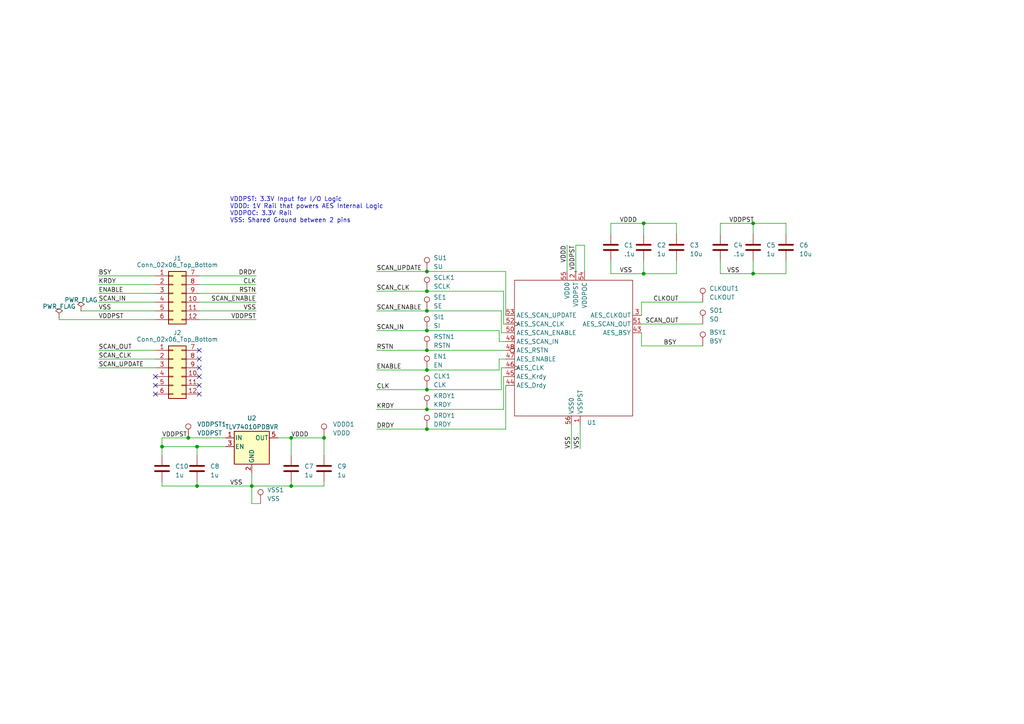
<source format=kicad_sch>
(kicad_sch (version 20230121) (generator eeschema)

  (uuid 2678a414-2391-4aaa-b756-2ce84b941c0a)

  (paper "A4")

  (lib_symbols
    (symbol "AESCoreTestSym:AES-Accelerator-Chip" (in_bom yes) (on_board yes)
      (property "Reference" "U" (at -2.54 10.16 0)
        (effects (font (size 1.27 1.27)))
      )
      (property "Value" "" (at 0 -1.27 0)
        (effects (font (size 1.27 1.27)))
      )
      (property "Footprint" "" (at 0 -1.27 0)
        (effects (font (size 1.27 1.27)) hide)
      )
      (property "Datasheet" "" (at 0 -1.27 0)
        (effects (font (size 1.27 1.27)) hide)
      )
      (symbol "AES-Accelerator-Chip_1_1"
        (rectangle (start -17.78 -3.81) (end 16.51 -43.18)
          (stroke (width 0) (type default))
          (fill (type none))
        )
        (pin power_in line (at 1.27 -45.72 90) (length 2.54)
          (name "VSSPST" (effects (font (size 1.27 1.27))))
          (number "1" (effects (font (size 1.27 1.27))))
        )
        (pin power_in line (at 0 -1.27 270) (length 2.54)
          (name "VDDPST" (effects (font (size 1.27 1.27))))
          (number "2" (effects (font (size 1.27 1.27))))
        )
        (pin output line (at 19.05 -13.97 180) (length 2.54)
          (name "AES_CLKOUT" (effects (font (size 1.27 1.27))))
          (number "3" (effects (font (size 1.27 1.27))))
        )
        (pin output line (at 19.05 -19.05 180) (length 2.54)
          (name "AES_BSY" (effects (font (size 1.27 1.27))))
          (number "43" (effects (font (size 1.27 1.27))))
        )
        (pin input line (at -20.32 -34.29 0) (length 2.54)
          (name "AES_Drdy" (effects (font (size 1.27 1.27))))
          (number "44" (effects (font (size 1.27 1.27))))
        )
        (pin input line (at -20.32 -31.75 0) (length 2.54)
          (name "AES_Krdy" (effects (font (size 1.27 1.27))))
          (number "45" (effects (font (size 1.27 1.27))))
        )
        (pin input clock (at -20.32 -29.21 0) (length 2.54)
          (name "AES_CLK" (effects (font (size 1.27 1.27))))
          (number "46" (effects (font (size 1.27 1.27))))
        )
        (pin input line (at -20.32 -26.67 0) (length 2.54)
          (name "AES_ENABLE" (effects (font (size 1.27 1.27))))
          (number "47" (effects (font (size 1.27 1.27))))
        )
        (pin input inverted (at -20.32 -24.13 0) (length 2.54)
          (name "AES_RSTN" (effects (font (size 1.27 1.27))))
          (number "48" (effects (font (size 1.27 1.27))))
        )
        (pin input line (at -20.32 -21.59 0) (length 2.54)
          (name "AES_SCAN_IN" (effects (font (size 1.27 1.27))))
          (number "49" (effects (font (size 1.27 1.27))))
        )
        (pin input line (at -20.32 -19.05 0) (length 2.54)
          (name "AES_SCAN_ENABLE" (effects (font (size 1.27 1.27))))
          (number "50" (effects (font (size 1.27 1.27))))
        )
        (pin output line (at 19.05 -16.51 180) (length 2.54)
          (name "AES_SCAN_OUT" (effects (font (size 1.27 1.27))))
          (number "51" (effects (font (size 1.27 1.27))))
        )
        (pin input clock (at -20.32 -16.51 0) (length 2.54)
          (name "AES_SCAN_CLK" (effects (font (size 1.27 1.27))))
          (number "52" (effects (font (size 1.27 1.27))))
        )
        (pin input line (at -20.32 -13.97 0) (length 2.54)
          (name "AES_SCAN_UPDATE" (effects (font (size 1.27 1.27))))
          (number "53" (effects (font (size 1.27 1.27))))
        )
        (pin power_in line (at 2.54 -1.27 270) (length 2.54)
          (name "VDDPOC" (effects (font (size 1.27 1.27))))
          (number "54" (effects (font (size 1.27 1.27))))
        )
        (pin power_in line (at -2.54 -1.27 270) (length 2.54)
          (name "VDD0" (effects (font (size 1.27 1.27))))
          (number "55" (effects (font (size 1.27 1.27))))
        )
        (pin power_in line (at -1.27 -45.72 90) (length 2.54)
          (name "VSS0" (effects (font (size 1.27 1.27))))
          (number "56" (effects (font (size 1.27 1.27))))
        )
      )
    )
    (symbol "Connector:TestPoint" (pin_numbers hide) (pin_names (offset 0.762) hide) (in_bom yes) (on_board yes)
      (property "Reference" "TP" (at 0 6.858 0)
        (effects (font (size 1.27 1.27)))
      )
      (property "Value" "TestPoint" (at 0 5.08 0)
        (effects (font (size 1.27 1.27)))
      )
      (property "Footprint" "" (at 5.08 0 0)
        (effects (font (size 1.27 1.27)) hide)
      )
      (property "Datasheet" "~" (at 5.08 0 0)
        (effects (font (size 1.27 1.27)) hide)
      )
      (property "ki_keywords" "test point tp" (at 0 0 0)
        (effects (font (size 1.27 1.27)) hide)
      )
      (property "ki_description" "test point" (at 0 0 0)
        (effects (font (size 1.27 1.27)) hide)
      )
      (property "ki_fp_filters" "Pin* Test*" (at 0 0 0)
        (effects (font (size 1.27 1.27)) hide)
      )
      (symbol "TestPoint_0_1"
        (circle (center 0 3.302) (radius 0.762)
          (stroke (width 0) (type default))
          (fill (type none))
        )
      )
      (symbol "TestPoint_1_1"
        (pin passive line (at 0 0 90) (length 2.54)
          (name "1" (effects (font (size 1.27 1.27))))
          (number "1" (effects (font (size 1.27 1.27))))
        )
      )
    )
    (symbol "Connector_Generic:Conn_02x06_Top_Bottom" (pin_names (offset 1.016) hide) (in_bom yes) (on_board yes)
      (property "Reference" "J" (at 1.27 7.62 0)
        (effects (font (size 1.27 1.27)))
      )
      (property "Value" "Conn_02x06_Top_Bottom" (at 1.27 -10.16 0)
        (effects (font (size 1.27 1.27)))
      )
      (property "Footprint" "" (at 0 0 0)
        (effects (font (size 1.27 1.27)) hide)
      )
      (property "Datasheet" "~" (at 0 0 0)
        (effects (font (size 1.27 1.27)) hide)
      )
      (property "ki_keywords" "connector" (at 0 0 0)
        (effects (font (size 1.27 1.27)) hide)
      )
      (property "ki_description" "Generic connector, double row, 02x06, top/bottom pin numbering scheme (row 1: 1...pins_per_row, row2: pins_per_row+1 ... num_pins), script generated (kicad-library-utils/schlib/autogen/connector/)" (at 0 0 0)
        (effects (font (size 1.27 1.27)) hide)
      )
      (property "ki_fp_filters" "Connector*:*_2x??_*" (at 0 0 0)
        (effects (font (size 1.27 1.27)) hide)
      )
      (symbol "Conn_02x06_Top_Bottom_1_1"
        (rectangle (start -1.27 -7.493) (end 0 -7.747)
          (stroke (width 0.1524) (type default))
          (fill (type none))
        )
        (rectangle (start -1.27 -4.953) (end 0 -5.207)
          (stroke (width 0.1524) (type default))
          (fill (type none))
        )
        (rectangle (start -1.27 -2.413) (end 0 -2.667)
          (stroke (width 0.1524) (type default))
          (fill (type none))
        )
        (rectangle (start -1.27 0.127) (end 0 -0.127)
          (stroke (width 0.1524) (type default))
          (fill (type none))
        )
        (rectangle (start -1.27 2.667) (end 0 2.413)
          (stroke (width 0.1524) (type default))
          (fill (type none))
        )
        (rectangle (start -1.27 5.207) (end 0 4.953)
          (stroke (width 0.1524) (type default))
          (fill (type none))
        )
        (rectangle (start -1.27 6.35) (end 3.81 -8.89)
          (stroke (width 0.254) (type default))
          (fill (type background))
        )
        (rectangle (start 3.81 -7.493) (end 2.54 -7.747)
          (stroke (width 0.1524) (type default))
          (fill (type none))
        )
        (rectangle (start 3.81 -4.953) (end 2.54 -5.207)
          (stroke (width 0.1524) (type default))
          (fill (type none))
        )
        (rectangle (start 3.81 -2.413) (end 2.54 -2.667)
          (stroke (width 0.1524) (type default))
          (fill (type none))
        )
        (rectangle (start 3.81 0.127) (end 2.54 -0.127)
          (stroke (width 0.1524) (type default))
          (fill (type none))
        )
        (rectangle (start 3.81 2.667) (end 2.54 2.413)
          (stroke (width 0.1524) (type default))
          (fill (type none))
        )
        (rectangle (start 3.81 5.207) (end 2.54 4.953)
          (stroke (width 0.1524) (type default))
          (fill (type none))
        )
        (pin passive line (at -5.08 5.08 0) (length 3.81)
          (name "Pin_1" (effects (font (size 1.27 1.27))))
          (number "1" (effects (font (size 1.27 1.27))))
        )
        (pin passive line (at 7.62 -2.54 180) (length 3.81)
          (name "Pin_10" (effects (font (size 1.27 1.27))))
          (number "10" (effects (font (size 1.27 1.27))))
        )
        (pin passive line (at 7.62 -5.08 180) (length 3.81)
          (name "Pin_11" (effects (font (size 1.27 1.27))))
          (number "11" (effects (font (size 1.27 1.27))))
        )
        (pin passive line (at 7.62 -7.62 180) (length 3.81)
          (name "Pin_12" (effects (font (size 1.27 1.27))))
          (number "12" (effects (font (size 1.27 1.27))))
        )
        (pin passive line (at -5.08 2.54 0) (length 3.81)
          (name "Pin_2" (effects (font (size 1.27 1.27))))
          (number "2" (effects (font (size 1.27 1.27))))
        )
        (pin passive line (at -5.08 0 0) (length 3.81)
          (name "Pin_3" (effects (font (size 1.27 1.27))))
          (number "3" (effects (font (size 1.27 1.27))))
        )
        (pin passive line (at -5.08 -2.54 0) (length 3.81)
          (name "Pin_4" (effects (font (size 1.27 1.27))))
          (number "4" (effects (font (size 1.27 1.27))))
        )
        (pin passive line (at -5.08 -5.08 0) (length 3.81)
          (name "Pin_5" (effects (font (size 1.27 1.27))))
          (number "5" (effects (font (size 1.27 1.27))))
        )
        (pin passive line (at -5.08 -7.62 0) (length 3.81)
          (name "Pin_6" (effects (font (size 1.27 1.27))))
          (number "6" (effects (font (size 1.27 1.27))))
        )
        (pin passive line (at 7.62 5.08 180) (length 3.81)
          (name "Pin_7" (effects (font (size 1.27 1.27))))
          (number "7" (effects (font (size 1.27 1.27))))
        )
        (pin passive line (at 7.62 2.54 180) (length 3.81)
          (name "Pin_8" (effects (font (size 1.27 1.27))))
          (number "8" (effects (font (size 1.27 1.27))))
        )
        (pin passive line (at 7.62 0 180) (length 3.81)
          (name "Pin_9" (effects (font (size 1.27 1.27))))
          (number "9" (effects (font (size 1.27 1.27))))
        )
      )
    )
    (symbol "Device:C" (pin_numbers hide) (pin_names (offset 0.254)) (in_bom yes) (on_board yes)
      (property "Reference" "C" (at 0.635 2.54 0)
        (effects (font (size 1.27 1.27)) (justify left))
      )
      (property "Value" "C" (at 0.635 -2.54 0)
        (effects (font (size 1.27 1.27)) (justify left))
      )
      (property "Footprint" "" (at 0.9652 -3.81 0)
        (effects (font (size 1.27 1.27)) hide)
      )
      (property "Datasheet" "~" (at 0 0 0)
        (effects (font (size 1.27 1.27)) hide)
      )
      (property "ki_keywords" "cap capacitor" (at 0 0 0)
        (effects (font (size 1.27 1.27)) hide)
      )
      (property "ki_description" "Unpolarized capacitor" (at 0 0 0)
        (effects (font (size 1.27 1.27)) hide)
      )
      (property "ki_fp_filters" "C_*" (at 0 0 0)
        (effects (font (size 1.27 1.27)) hide)
      )
      (symbol "C_0_1"
        (polyline
          (pts
            (xy -2.032 -0.762)
            (xy 2.032 -0.762)
          )
          (stroke (width 0.508) (type default))
          (fill (type none))
        )
        (polyline
          (pts
            (xy -2.032 0.762)
            (xy 2.032 0.762)
          )
          (stroke (width 0.508) (type default))
          (fill (type none))
        )
      )
      (symbol "C_1_1"
        (pin passive line (at 0 3.81 270) (length 2.794)
          (name "~" (effects (font (size 1.27 1.27))))
          (number "1" (effects (font (size 1.27 1.27))))
        )
        (pin passive line (at 0 -3.81 90) (length 2.794)
          (name "~" (effects (font (size 1.27 1.27))))
          (number "2" (effects (font (size 1.27 1.27))))
        )
      )
    )
    (symbol "Regulator_Linear:TLV70012_SOT23-5" (pin_names (offset 0.254)) (in_bom yes) (on_board yes)
      (property "Reference" "U" (at -3.81 5.715 0)
        (effects (font (size 1.27 1.27)))
      )
      (property "Value" "TLV70012_SOT23-5" (at 0 5.715 0)
        (effects (font (size 1.27 1.27)) (justify left))
      )
      (property "Footprint" "Package_TO_SOT_SMD:SOT-23-5" (at 0 8.255 0)
        (effects (font (size 1.27 1.27) italic) hide)
      )
      (property "Datasheet" "http://www.ti.com/lit/ds/symlink/tlv700.pdf" (at 0 1.27 0)
        (effects (font (size 1.27 1.27)) hide)
      )
      (property "ki_keywords" "200mA LDO Regulator Fixed Positive" (at 0 0 0)
        (effects (font (size 1.27 1.27)) hide)
      )
      (property "ki_description" "200mA Low Dropout Voltage Regulator, Fixed Output 1.2V, SOT-23-5" (at 0 0 0)
        (effects (font (size 1.27 1.27)) hide)
      )
      (property "ki_fp_filters" "SOT?23*" (at 0 0 0)
        (effects (font (size 1.27 1.27)) hide)
      )
      (symbol "TLV70012_SOT23-5_0_1"
        (rectangle (start -5.08 4.445) (end 5.08 -5.08)
          (stroke (width 0.254) (type default))
          (fill (type background))
        )
      )
      (symbol "TLV70012_SOT23-5_1_1"
        (pin power_in line (at -7.62 2.54 0) (length 2.54)
          (name "IN" (effects (font (size 1.27 1.27))))
          (number "1" (effects (font (size 1.27 1.27))))
        )
        (pin power_in line (at 0 -7.62 90) (length 2.54)
          (name "GND" (effects (font (size 1.27 1.27))))
          (number "2" (effects (font (size 1.27 1.27))))
        )
        (pin input line (at -7.62 0 0) (length 2.54)
          (name "EN" (effects (font (size 1.27 1.27))))
          (number "3" (effects (font (size 1.27 1.27))))
        )
        (pin no_connect line (at 5.08 0 180) (length 2.54) hide
          (name "NC" (effects (font (size 1.27 1.27))))
          (number "4" (effects (font (size 1.27 1.27))))
        )
        (pin power_out line (at 7.62 2.54 180) (length 2.54)
          (name "OUT" (effects (font (size 1.27 1.27))))
          (number "5" (effects (font (size 1.27 1.27))))
        )
      )
    )
    (symbol "power:PWR_FLAG" (power) (pin_numbers hide) (pin_names (offset 0) hide) (in_bom yes) (on_board yes)
      (property "Reference" "#FLG" (at 0 1.905 0)
        (effects (font (size 1.27 1.27)) hide)
      )
      (property "Value" "PWR_FLAG" (at 0 3.81 0)
        (effects (font (size 1.27 1.27)))
      )
      (property "Footprint" "" (at 0 0 0)
        (effects (font (size 1.27 1.27)) hide)
      )
      (property "Datasheet" "~" (at 0 0 0)
        (effects (font (size 1.27 1.27)) hide)
      )
      (property "ki_keywords" "flag power" (at 0 0 0)
        (effects (font (size 1.27 1.27)) hide)
      )
      (property "ki_description" "Special symbol for telling ERC where power comes from" (at 0 0 0)
        (effects (font (size 1.27 1.27)) hide)
      )
      (symbol "PWR_FLAG_0_0"
        (pin power_out line (at 0 0 90) (length 0)
          (name "pwr" (effects (font (size 1.27 1.27))))
          (number "1" (effects (font (size 1.27 1.27))))
        )
      )
      (symbol "PWR_FLAG_0_1"
        (polyline
          (pts
            (xy 0 0)
            (xy 0 1.27)
            (xy -1.016 1.905)
            (xy 0 2.54)
            (xy 1.016 1.905)
            (xy 0 1.27)
          )
          (stroke (width 0) (type default))
          (fill (type none))
        )
      )
    )
  )

  (junction (at 186.69 79.375) (diameter 0) (color 0 0 0 0)
    (uuid 074ec397-543a-4dc0-9e34-79b3194e6c10)
  )
  (junction (at 54.61 127) (diameter 0) (color 0 0 0 0)
    (uuid 1ef001c6-e678-4806-99b3-109c5f2cc57f)
  )
  (junction (at 123.825 84.455) (diameter 0) (color 0 0 0 0)
    (uuid 1f294e5e-8594-4399-a6f7-c494c6aa12cc)
  )
  (junction (at 84.455 140.97) (diameter 0) (color 0 0 0 0)
    (uuid 2310e353-0418-476f-b42f-005c098f4494)
  )
  (junction (at 123.825 124.46) (diameter 0) (color 0 0 0 0)
    (uuid 26517f6f-63dc-49f2-bb9a-de5287bc2c4c)
  )
  (junction (at 73.025 140.97) (diameter 0) (color 0 0 0 0)
    (uuid 4054de77-6225-4af5-9d91-883c1c0bb1a8)
  )
  (junction (at 218.44 79.375) (diameter 0) (color 0 0 0 0)
    (uuid 40b7735c-e157-428c-ad1e-b9b97065d919)
  )
  (junction (at 123.825 95.885) (diameter 0) (color 0 0 0 0)
    (uuid 4d49d03b-3101-4ba4-aa5c-ad85a48b32a7)
  )
  (junction (at 123.825 78.74) (diameter 0) (color 0 0 0 0)
    (uuid 54039bb9-9421-4078-888c-7d94b5458609)
  )
  (junction (at 123.825 113.03) (diameter 0) (color 0 0 0 0)
    (uuid 5ad16658-735b-4337-aacc-4092370d2f07)
  )
  (junction (at 123.825 107.315) (diameter 0) (color 0 0 0 0)
    (uuid 712603fd-f4e9-4d4b-aa35-0d0195596038)
  )
  (junction (at 218.44 64.77) (diameter 0) (color 0 0 0 0)
    (uuid 7c3dd6d8-4c7e-4987-951a-934260055f32)
  )
  (junction (at 93.98 127) (diameter 0) (color 0 0 0 0)
    (uuid 8e9ce55c-05ac-4451-a414-1550df644a67)
  )
  (junction (at 186.69 64.77) (diameter 0) (color 0 0 0 0)
    (uuid 99e0db04-b799-4486-bc37-ccaa0c8e1ab6)
  )
  (junction (at 57.15 140.97) (diameter 0) (color 0 0 0 0)
    (uuid c84efa08-5939-483f-a98f-1a9231d181d8)
  )
  (junction (at 123.825 101.6) (diameter 0) (color 0 0 0 0)
    (uuid d7583b93-1900-45ee-af46-ec9cb0b91996)
  )
  (junction (at 57.15 129.54) (diameter 0) (color 0 0 0 0)
    (uuid e30506c8-8400-4589-84ed-24574049bf6c)
  )
  (junction (at 46.99 129.54) (diameter 0) (color 0 0 0 0)
    (uuid e32efe84-762a-401e-ba3d-5465ea5c1ced)
  )
  (junction (at 84.455 127) (diameter 0) (color 0 0 0 0)
    (uuid f82a9c93-f975-4145-828c-6f1c3b91ccfe)
  )
  (junction (at 123.825 90.17) (diameter 0) (color 0 0 0 0)
    (uuid fd24b324-2e6c-44d8-8f41-3008605a65e4)
  )
  (junction (at 123.825 118.745) (diameter 0) (color 0 0 0 0)
    (uuid fe0affca-53f0-4e3d-8da6-dfc23c41d9fb)
  )

  (no_connect (at 45.085 114.3) (uuid 2ee8e141-5052-44a1-985b-25274fb06003))
  (no_connect (at 57.785 109.22) (uuid 59538cbe-117e-4585-bdd3-21ad5165dc58))
  (no_connect (at 57.785 101.6) (uuid 6bb3d24d-ab36-4005-8599-abcf51ad0542))
  (no_connect (at 57.785 114.3) (uuid 825323af-655e-44d2-b28c-ce7edd162f0a))
  (no_connect (at 57.785 111.76) (uuid 9100fb13-0661-4163-8402-c51134957ec8))
  (no_connect (at 57.785 106.68) (uuid a78a8346-86bc-4cb3-983c-50191ad84bbd))
  (no_connect (at 57.785 104.14) (uuid bfc87923-e57c-4606-aa64-bd917da9d395))
  (no_connect (at 45.085 111.76) (uuid e5946089-d140-490b-959e-0b758b5e1921))
  (no_connect (at 45.085 109.22) (uuid ecb30116-6c13-434b-941b-20024a140d7b))

  (wire (pts (xy 146.05 109.22) (xy 146.685 109.22))
    (stroke (width 0) (type default))
    (uuid 01d83baf-bf9b-47a4-bdfe-bdad31a897cd)
  )
  (wire (pts (xy 167.005 71.12) (xy 167.005 78.74))
    (stroke (width 0) (type default))
    (uuid 0246309d-7508-47a8-8b5e-2b35d0591edc)
  )
  (wire (pts (xy 144.78 107.315) (xy 144.78 104.14))
    (stroke (width 0) (type default))
    (uuid 06206ca2-361b-4470-b127-9531340e2eab)
  )
  (wire (pts (xy 57.15 129.54) (xy 57.15 132.08))
    (stroke (width 0) (type default))
    (uuid 0a8c780c-cba1-4ff1-916e-e597b22c4b88)
  )
  (wire (pts (xy 227.965 79.375) (xy 227.965 75.565))
    (stroke (width 0) (type default))
    (uuid 0b5d6eb3-ebe3-4890-814f-a1209abd751c)
  )
  (wire (pts (xy 218.44 79.375) (xy 218.44 75.565))
    (stroke (width 0) (type default))
    (uuid 0ba71a72-acf2-41a8-8109-8465b868190d)
  )
  (wire (pts (xy 145.415 96.52) (xy 146.685 96.52))
    (stroke (width 0) (type default))
    (uuid 0bc070e6-c1c9-4272-9aa8-c5d98e686b57)
  )
  (wire (pts (xy 93.98 140.97) (xy 84.455 140.97))
    (stroke (width 0) (type default))
    (uuid 1052b0a4-ad87-4665-a84b-fa677e35c296)
  )
  (wire (pts (xy 93.98 139.7) (xy 93.98 140.97))
    (stroke (width 0) (type default))
    (uuid 1376af54-1a5b-4ed3-a014-3de4ff0d3293)
  )
  (wire (pts (xy 146.685 78.74) (xy 146.685 91.44))
    (stroke (width 0) (type default))
    (uuid 16c78426-0319-43d5-8dc2-22293e40a27d)
  )
  (wire (pts (xy 28.575 80.01) (xy 45.085 80.01))
    (stroke (width 0) (type default))
    (uuid 18614621-ec31-40f1-8a38-e5c2e009d7b5)
  )
  (wire (pts (xy 186.69 64.77) (xy 186.69 67.945))
    (stroke (width 0) (type default))
    (uuid 1b6e3db9-715c-4320-993b-e20778401b74)
  )
  (wire (pts (xy 186.69 79.375) (xy 196.215 79.375))
    (stroke (width 0) (type default))
    (uuid 1e163739-f771-4208-83c0-75b5669c7986)
  )
  (wire (pts (xy 73.025 140.97) (xy 84.455 140.97))
    (stroke (width 0) (type default))
    (uuid 1ff5e3d1-8bf4-4dc1-823b-c8be0cbc2ba7)
  )
  (wire (pts (xy 146.05 118.745) (xy 146.05 109.22))
    (stroke (width 0) (type default))
    (uuid 253d388e-1e63-4045-adb0-b00f92f4f720)
  )
  (wire (pts (xy 177.165 64.77) (xy 177.165 67.945))
    (stroke (width 0) (type default))
    (uuid 25f5ac01-846e-45c1-b0bf-ed6fe704d934)
  )
  (wire (pts (xy 208.915 64.77) (xy 218.44 64.77))
    (stroke (width 0) (type default))
    (uuid 26c4a1d0-a31b-4e95-b638-f68e7dfb36b1)
  )
  (wire (pts (xy 46.99 140.97) (xy 57.15 140.97))
    (stroke (width 0) (type default))
    (uuid 2c41d2c2-6163-4550-8049-4509ca21eb68)
  )
  (wire (pts (xy 73.025 146.05) (xy 75.565 146.05))
    (stroke (width 0) (type default))
    (uuid 2e9d3ef9-0012-4a83-85f8-8552d4b14fed)
  )
  (wire (pts (xy 165.735 123.19) (xy 165.735 130.175))
    (stroke (width 0) (type default))
    (uuid 2ea54367-ff8f-456a-a7d4-0f130b2bdc11)
  )
  (wire (pts (xy 46.99 127) (xy 54.61 127))
    (stroke (width 0) (type default))
    (uuid 33ee4dd6-6872-41b9-9cc3-0b1785e87923)
  )
  (wire (pts (xy 109.22 95.885) (xy 123.825 95.885))
    (stroke (width 0) (type default))
    (uuid 34cb0842-bc5e-48f9-9830-0720444c1110)
  )
  (wire (pts (xy 144.78 99.06) (xy 146.685 99.06))
    (stroke (width 0) (type default))
    (uuid 3534307e-2b47-409d-967f-79bc102f135a)
  )
  (wire (pts (xy 123.825 95.885) (xy 144.78 95.885))
    (stroke (width 0) (type default))
    (uuid 3724b687-7bdf-467e-bf89-6d2a33590d72)
  )
  (wire (pts (xy 46.99 129.54) (xy 46.99 132.08))
    (stroke (width 0) (type default))
    (uuid 3c2adae8-93aa-4bd8-b2a6-752b5c3a4a65)
  )
  (wire (pts (xy 218.44 64.77) (xy 227.965 64.77))
    (stroke (width 0) (type default))
    (uuid 3cba08d4-0d3e-4c33-99ee-f1845ae06449)
  )
  (wire (pts (xy 109.22 90.17) (xy 123.825 90.17))
    (stroke (width 0) (type default))
    (uuid 3e08f717-58c9-4c02-98b2-ce691a2ce153)
  )
  (wire (pts (xy 123.825 78.74) (xy 146.685 78.74))
    (stroke (width 0) (type default))
    (uuid 4585aece-78d7-4680-93c6-6507a1ead1a0)
  )
  (wire (pts (xy 186.055 100.33) (xy 186.055 96.52))
    (stroke (width 0) (type default))
    (uuid 47b81632-32bc-474c-8077-c05fba4f5d2b)
  )
  (wire (pts (xy 57.15 140.97) (xy 73.025 140.97))
    (stroke (width 0) (type default))
    (uuid 4dfbcff9-653c-4b7d-9d0a-bcc83967edda)
  )
  (wire (pts (xy 177.165 64.77) (xy 186.69 64.77))
    (stroke (width 0) (type default))
    (uuid 4e2c22c5-9935-42d1-ae24-f12ff9244bf6)
  )
  (wire (pts (xy 57.15 129.54) (xy 46.99 129.54))
    (stroke (width 0) (type default))
    (uuid 4e3b8b93-2b0e-4e20-95b0-6562802b37ae)
  )
  (wire (pts (xy 109.22 101.6) (xy 123.825 101.6))
    (stroke (width 0) (type default))
    (uuid 5ab46819-41de-4de1-a179-b4d5d6094124)
  )
  (wire (pts (xy 84.455 139.7) (xy 84.455 140.97))
    (stroke (width 0) (type default))
    (uuid 5b3800db-c612-4493-8218-1ee1e5e29c22)
  )
  (wire (pts (xy 123.825 118.745) (xy 146.05 118.745))
    (stroke (width 0) (type default))
    (uuid 5bf6e1a2-ce65-4eae-bdb4-17c1f18ff820)
  )
  (wire (pts (xy 177.165 79.375) (xy 186.69 79.375))
    (stroke (width 0) (type default))
    (uuid 5eaf84ba-33ab-45a6-94a4-6b562eba5dd7)
  )
  (wire (pts (xy 57.785 82.55) (xy 74.295 82.55))
    (stroke (width 0) (type default))
    (uuid 61417c92-de6e-4adb-81c7-2c0de93a7e55)
  )
  (wire (pts (xy 167.005 71.12) (xy 169.545 71.12))
    (stroke (width 0) (type default))
    (uuid 632e3750-db80-48bf-8f07-50b11a7ba45c)
  )
  (wire (pts (xy 73.025 140.97) (xy 73.025 146.05))
    (stroke (width 0) (type default))
    (uuid 698426d6-a0f7-405f-bb4e-dd187ed42d79)
  )
  (wire (pts (xy 57.785 80.01) (xy 74.295 80.01))
    (stroke (width 0) (type default))
    (uuid 6aaad42c-9ba9-4c6c-83ba-474d1b86fb14)
  )
  (wire (pts (xy 17.145 92.71) (xy 45.085 92.71))
    (stroke (width 0) (type default))
    (uuid 6fb1dd03-0fc2-4612-8cf1-ca749929cf65)
  )
  (wire (pts (xy 196.215 79.375) (xy 196.215 75.565))
    (stroke (width 0) (type default))
    (uuid 7363d2f0-f15e-48d6-85c8-0911507e5b0d)
  )
  (wire (pts (xy 46.99 139.7) (xy 46.99 140.97))
    (stroke (width 0) (type default))
    (uuid 74c16178-f55d-47ae-97c0-849d6abbb412)
  )
  (wire (pts (xy 109.22 124.46) (xy 123.825 124.46))
    (stroke (width 0) (type default))
    (uuid 74c31844-2d4d-4666-8c5b-ddd3e30a4c66)
  )
  (wire (pts (xy 73.025 137.16) (xy 73.025 140.97))
    (stroke (width 0) (type default))
    (uuid 783f7910-400b-4429-a313-133470500907)
  )
  (wire (pts (xy 164.465 71.12) (xy 164.465 78.74))
    (stroke (width 0) (type default))
    (uuid 7c43b359-e52e-48b2-a253-442d0b2191f2)
  )
  (wire (pts (xy 28.575 87.63) (xy 45.085 87.63))
    (stroke (width 0) (type default))
    (uuid 7c7e1bdb-df31-4660-8478-35ecc9410a7c)
  )
  (wire (pts (xy 123.825 90.17) (xy 145.415 90.17))
    (stroke (width 0) (type default))
    (uuid 7e5bcfca-713e-4f83-9f51-b5b66e4bc0c4)
  )
  (wire (pts (xy 46.99 127) (xy 46.99 129.54))
    (stroke (width 0) (type default))
    (uuid 83f55f0f-a291-472f-b3c5-2b90a0bad6a8)
  )
  (wire (pts (xy 177.165 79.375) (xy 177.165 75.565))
    (stroke (width 0) (type default))
    (uuid 8600872f-0af7-4a5c-8379-0328dd0a221e)
  )
  (wire (pts (xy 65.405 129.54) (xy 57.15 129.54))
    (stroke (width 0) (type default))
    (uuid 8c5a034b-132d-4297-928e-135e18e151e8)
  )
  (wire (pts (xy 28.575 106.68) (xy 45.085 106.68))
    (stroke (width 0) (type default))
    (uuid 8ce8a7dc-246f-409f-84ac-be33538cc626)
  )
  (wire (pts (xy 28.575 101.6) (xy 45.085 101.6))
    (stroke (width 0) (type default))
    (uuid 8eeddad9-3d29-4913-a46c-620b40cd8d79)
  )
  (wire (pts (xy 80.645 127) (xy 84.455 127))
    (stroke (width 0) (type default))
    (uuid 8feff3b2-8e02-4497-ad48-310da8c54042)
  )
  (wire (pts (xy 84.455 132.08) (xy 84.455 127))
    (stroke (width 0) (type default))
    (uuid 9074158d-2ca7-4deb-bc76-2a6a725cbedc)
  )
  (wire (pts (xy 186.69 64.77) (xy 196.215 64.77))
    (stroke (width 0) (type default))
    (uuid 91ae1818-2a27-40bd-b964-39ed7c52c2b5)
  )
  (wire (pts (xy 227.965 64.77) (xy 227.965 67.945))
    (stroke (width 0) (type default))
    (uuid 96026ad8-9ad4-4216-a9ce-6af68947782e)
  )
  (wire (pts (xy 57.785 90.17) (xy 74.295 90.17))
    (stroke (width 0) (type default))
    (uuid 9686d1b0-0196-4919-b736-e748f29f6a20)
  )
  (wire (pts (xy 93.98 132.08) (xy 93.98 127))
    (stroke (width 0) (type default))
    (uuid 9974cd8c-b19a-40f9-89f7-e356f3184bcb)
  )
  (wire (pts (xy 109.22 118.745) (xy 123.825 118.745))
    (stroke (width 0) (type default))
    (uuid 99a8b9cc-40e4-404e-a70c-8e5671755369)
  )
  (wire (pts (xy 208.915 79.375) (xy 218.44 79.375))
    (stroke (width 0) (type default))
    (uuid 9b19b4b0-4f74-4ea2-b524-a3b2901282ff)
  )
  (wire (pts (xy 146.05 93.98) (xy 146.685 93.98))
    (stroke (width 0) (type default))
    (uuid 9f542b1e-a06c-475a-9c8a-fd4af7882288)
  )
  (wire (pts (xy 17.145 92.075) (xy 17.145 92.71))
    (stroke (width 0) (type default))
    (uuid a62a1fd8-578c-477b-b671-2c754fbc92ce)
  )
  (wire (pts (xy 84.455 127) (xy 93.98 127))
    (stroke (width 0) (type default))
    (uuid ab88be48-82d3-40d3-bc3f-90b0d3abfd5d)
  )
  (wire (pts (xy 169.545 71.12) (xy 169.545 78.74))
    (stroke (width 0) (type default))
    (uuid ac02fad4-749e-41d6-ad1a-fc160ecfe5de)
  )
  (wire (pts (xy 57.15 139.7) (xy 57.15 140.97))
    (stroke (width 0) (type default))
    (uuid b0edbdff-d144-4dde-83b8-5a86449fb4fb)
  )
  (wire (pts (xy 144.78 104.14) (xy 146.685 104.14))
    (stroke (width 0) (type default))
    (uuid b19f60c3-470c-4e6d-9910-452a1b121070)
  )
  (wire (pts (xy 186.055 87.63) (xy 186.055 91.44))
    (stroke (width 0) (type default))
    (uuid b3f5b1bc-01f0-4d17-b530-ee262551b367)
  )
  (wire (pts (xy 23.495 90.17) (xy 45.085 90.17))
    (stroke (width 0) (type default))
    (uuid b53e0ce2-c788-47bb-8094-10a9fc7fe6c2)
  )
  (wire (pts (xy 145.415 106.68) (xy 146.685 106.68))
    (stroke (width 0) (type default))
    (uuid b5b5d55f-1279-44d1-978f-4f52b4514782)
  )
  (wire (pts (xy 145.415 113.03) (xy 145.415 106.68))
    (stroke (width 0) (type default))
    (uuid b81ca49d-605c-4377-aab5-fbf173468c3e)
  )
  (wire (pts (xy 144.78 95.885) (xy 144.78 99.06))
    (stroke (width 0) (type default))
    (uuid b880a3b4-a7a4-4da5-a284-435eedf7fbc4)
  )
  (wire (pts (xy 57.785 92.71) (xy 74.295 92.71))
    (stroke (width 0) (type default))
    (uuid ba649569-93f8-49f1-aca7-e2ae2b590cd5)
  )
  (wire (pts (xy 123.825 84.455) (xy 146.05 84.455))
    (stroke (width 0) (type default))
    (uuid ba652f19-4536-44ac-bf1c-add968ddc5b1)
  )
  (wire (pts (xy 109.22 113.03) (xy 123.825 113.03))
    (stroke (width 0) (type default))
    (uuid bbf249ff-aa9d-4af7-8f9a-dfddba83df7b)
  )
  (wire (pts (xy 123.825 107.315) (xy 144.78 107.315))
    (stroke (width 0) (type default))
    (uuid bf20524a-c8da-4319-8980-52f29636e34b)
  )
  (wire (pts (xy 218.44 64.77) (xy 218.44 67.945))
    (stroke (width 0) (type default))
    (uuid c3fc3840-ed7c-43fa-9a7c-0e8847a09df4)
  )
  (wire (pts (xy 123.825 124.46) (xy 146.685 124.46))
    (stroke (width 0) (type default))
    (uuid caebdbbf-d417-408d-8d05-202f3b011c25)
  )
  (wire (pts (xy 109.22 78.74) (xy 123.825 78.74))
    (stroke (width 0) (type default))
    (uuid cc98c9cc-cfc6-483f-88db-6d656877c0b6)
  )
  (wire (pts (xy 208.915 79.375) (xy 208.915 75.565))
    (stroke (width 0) (type default))
    (uuid cd17fd16-bb13-48f1-8815-53627f123c1c)
  )
  (wire (pts (xy 146.05 84.455) (xy 146.05 93.98))
    (stroke (width 0) (type default))
    (uuid cde33fd1-2d52-478d-8d6f-319a93b7bd0b)
  )
  (wire (pts (xy 109.22 84.455) (xy 123.825 84.455))
    (stroke (width 0) (type default))
    (uuid cf2b27a3-8436-47bd-93c8-e394b0bba5a2)
  )
  (wire (pts (xy 186.055 93.98) (xy 203.835 93.98))
    (stroke (width 0) (type default))
    (uuid d432156c-1877-4128-9d4d-40d28766b2e6)
  )
  (wire (pts (xy 186.055 100.33) (xy 203.835 100.33))
    (stroke (width 0) (type default))
    (uuid d4bdf771-2c7f-466f-8251-350ab1f63d60)
  )
  (wire (pts (xy 123.825 113.03) (xy 145.415 113.03))
    (stroke (width 0) (type default))
    (uuid d4f7dbd5-dae4-40df-bc01-0c1b8d60de0b)
  )
  (wire (pts (xy 208.915 64.77) (xy 208.915 67.945))
    (stroke (width 0) (type default))
    (uuid d8357aec-3d27-4132-902e-33512cba3368)
  )
  (wire (pts (xy 28.575 82.55) (xy 45.085 82.55))
    (stroke (width 0) (type default))
    (uuid d913dd41-5316-4e27-904e-9d1ed1bddb48)
  )
  (wire (pts (xy 123.825 101.6) (xy 146.685 101.6))
    (stroke (width 0) (type default))
    (uuid dc682613-2d6d-4c15-9b84-a9926ec9c9ff)
  )
  (wire (pts (xy 186.69 79.375) (xy 186.69 75.565))
    (stroke (width 0) (type default))
    (uuid e303b552-ca97-4dfd-80c1-d234f4a4e91b)
  )
  (wire (pts (xy 28.575 104.14) (xy 45.085 104.14))
    (stroke (width 0) (type default))
    (uuid e416814a-a363-4d40-8aa6-139c68ad0480)
  )
  (wire (pts (xy 54.61 127) (xy 65.405 127))
    (stroke (width 0) (type default))
    (uuid e5f4e1f6-dea5-4a8a-a873-8f15c0d69790)
  )
  (wire (pts (xy 146.685 124.46) (xy 146.685 111.76))
    (stroke (width 0) (type default))
    (uuid ec852160-eb19-4333-8b32-92cb9cda8467)
  )
  (wire (pts (xy 218.44 79.375) (xy 227.965 79.375))
    (stroke (width 0) (type default))
    (uuid ede5e0ba-8ef0-42e8-92f8-741c08c816d3)
  )
  (wire (pts (xy 57.785 87.63) (xy 74.295 87.63))
    (stroke (width 0) (type default))
    (uuid ef6bcb7d-5960-42e9-8496-4891959e510b)
  )
  (wire (pts (xy 109.22 107.315) (xy 123.825 107.315))
    (stroke (width 0) (type default))
    (uuid efe20382-ed4e-4834-94fb-7fe317161c7d)
  )
  (wire (pts (xy 186.055 87.63) (xy 203.835 87.63))
    (stroke (width 0) (type default))
    (uuid eff950e4-f0c7-4e17-bdaa-c851c2134a50)
  )
  (wire (pts (xy 28.575 85.09) (xy 45.085 85.09))
    (stroke (width 0) (type default))
    (uuid f2ac3d1b-2ef5-415a-ba03-3f356038ee29)
  )
  (wire (pts (xy 145.415 90.17) (xy 145.415 96.52))
    (stroke (width 0) (type default))
    (uuid f54c4c62-29a3-442e-906d-cede8a085434)
  )
  (wire (pts (xy 57.785 85.09) (xy 74.295 85.09))
    (stroke (width 0) (type default))
    (uuid f9e1cea0-2c4f-4279-9eff-ec77f3d3ed87)
  )
  (wire (pts (xy 196.215 64.77) (xy 196.215 67.945))
    (stroke (width 0) (type default))
    (uuid fbb998aa-817d-4ef0-b985-8a111945b713)
  )
  (wire (pts (xy 168.275 123.19) (xy 168.275 130.175))
    (stroke (width 0) (type default))
    (uuid fca73ba8-ac8b-4e3e-ab59-97d9c5a49786)
  )

  (text "VDDPST: 3.3V Input for I/O Logic\nVDDD: 1V Rail that powers AES Internal Logic\nVDDPOC: 3.3V Rail\nVSS: Shared Ground between 2 pins"
    (at 66.675 64.77 0)
    (effects (font (size 1.27 1.27)) (justify left bottom))
    (uuid cc1edf01-3c71-40b4-b334-b7915c47891c)
  )

  (label "VDDD" (at 179.705 64.77 0) (fields_autoplaced)
    (effects (font (size 1.27 1.27)) (justify left bottom))
    (uuid 006f5820-2446-48dd-a2fb-46a6272e89d4)
  )
  (label "SCAN_CLK" (at 28.575 104.14 0) (fields_autoplaced)
    (effects (font (size 1.27 1.27)) (justify left bottom))
    (uuid 00925f19-4005-4b7c-9a63-a628c0bfbf3c)
  )
  (label "VSS" (at 179.705 79.375 0) (fields_autoplaced)
    (effects (font (size 1.27 1.27)) (justify left bottom))
    (uuid 01ccb3d0-abe4-4464-8529-f5483fc8694e)
  )
  (label "KRDY" (at 109.22 118.745 0) (fields_autoplaced)
    (effects (font (size 1.27 1.27)) (justify left bottom))
    (uuid 06d4c9f4-ab32-486e-8474-220d29f22424)
  )
  (label "BSY" (at 196.215 100.33 180) (fields_autoplaced)
    (effects (font (size 1.27 1.27)) (justify right bottom))
    (uuid 06d879c5-0723-4211-aba6-f0f85d17c40a)
  )
  (label "VSS" (at 210.82 79.375 0) (fields_autoplaced)
    (effects (font (size 1.27 1.27)) (justify left bottom))
    (uuid 0d2518b2-c2c2-46e3-bf5f-48c32ffb842b)
  )
  (label "ENABLE" (at 28.575 85.09 0) (fields_autoplaced)
    (effects (font (size 1.27 1.27)) (justify left bottom))
    (uuid 25520b83-ae27-4249-b054-c7f5e1ea6216)
  )
  (label "VDDPST" (at 167.005 71.12 270) (fields_autoplaced)
    (effects (font (size 1.27 1.27)) (justify right bottom))
    (uuid 2b29e64e-defe-4ea4-8b99-c2b5be85ecb3)
  )
  (label "VDDPST" (at 211.455 64.77 0) (fields_autoplaced)
    (effects (font (size 1.27 1.27)) (justify left bottom))
    (uuid 337d00d4-bcf9-4226-a3b9-a41c36b46ceb)
  )
  (label "VDDPST" (at 46.99 127 0) (fields_autoplaced)
    (effects (font (size 1.27 1.27)) (justify left bottom))
    (uuid 39f22990-333e-4ff8-b720-d7fd3a6dd400)
  )
  (label "CLK" (at 109.22 113.03 0) (fields_autoplaced)
    (effects (font (size 1.27 1.27)) (justify left bottom))
    (uuid 3b8e28f4-3be1-48d2-8f8b-4c731178d0ce)
  )
  (label "ENABLE" (at 109.22 107.315 0) (fields_autoplaced)
    (effects (font (size 1.27 1.27)) (justify left bottom))
    (uuid 43448543-9330-4903-b37f-0d95f9048e80)
  )
  (label "VDDD" (at 164.465 71.12 270) (fields_autoplaced)
    (effects (font (size 1.27 1.27)) (justify right bottom))
    (uuid 46118234-9c08-4625-9afb-aafcaf0aad19)
  )
  (label "DRDY" (at 74.295 80.01 180) (fields_autoplaced)
    (effects (font (size 1.27 1.27)) (justify right bottom))
    (uuid 53f698c0-5d63-4c26-b185-370d13f1e17f)
  )
  (label "BSY" (at 28.575 80.01 0) (fields_autoplaced)
    (effects (font (size 1.27 1.27)) (justify left bottom))
    (uuid 5596c816-1516-4fe8-bfa9-459932443873)
  )
  (label "SCAN_IN" (at 28.575 87.63 0) (fields_autoplaced)
    (effects (font (size 1.27 1.27)) (justify left bottom))
    (uuid 55eb0d68-99a5-4bbd-83be-45d61c0609c2)
  )
  (label "SCAN_CLK" (at 109.22 84.455 0) (fields_autoplaced)
    (effects (font (size 1.27 1.27)) (justify left bottom))
    (uuid 731ac497-0268-417a-bebe-703bd4b089a5)
  )
  (label "SCAN_UPDATE" (at 28.575 106.68 0) (fields_autoplaced)
    (effects (font (size 1.27 1.27)) (justify left bottom))
    (uuid 821daa06-1113-4f30-b142-27c40d1f73f9)
  )
  (label "VSS" (at 168.275 130.175 90) (fields_autoplaced)
    (effects (font (size 1.27 1.27)) (justify left bottom))
    (uuid 9506c4a3-91a7-4fbf-9708-931cf9e4feb9)
  )
  (label "CLKOUT" (at 196.85 87.63 180) (fields_autoplaced)
    (effects (font (size 1.27 1.27)) (justify right bottom))
    (uuid 9cc3fd43-6d9f-4295-a248-e1ab54ca5046)
  )
  (label "KRDY" (at 28.575 82.55 0) (fields_autoplaced)
    (effects (font (size 1.27 1.27)) (justify left bottom))
    (uuid a1abc6ce-aad2-48da-8e26-6943d13c792d)
  )
  (label "SCAN_ENABLE" (at 109.22 90.17 0) (fields_autoplaced)
    (effects (font (size 1.27 1.27)) (justify left bottom))
    (uuid a8315aba-892b-4e72-be14-abc09c525531)
  )
  (label "SCAN_OUT" (at 196.85 93.98 180) (fields_autoplaced)
    (effects (font (size 1.27 1.27)) (justify right bottom))
    (uuid adbb220a-bdbf-40c4-9967-1a0a9e64177f)
  )
  (label "VDDPST" (at 74.295 92.71 180) (fields_autoplaced)
    (effects (font (size 1.27 1.27)) (justify right bottom))
    (uuid b18f4b42-0933-45fa-be68-aecaaad02c56)
  )
  (label "VSS" (at 165.735 130.175 90) (fields_autoplaced)
    (effects (font (size 1.27 1.27)) (justify left bottom))
    (uuid b2dfa4fe-68cd-4830-a38c-bf3d13fc4a18)
  )
  (label "VDDD" (at 89.535 127 180) (fields_autoplaced)
    (effects (font (size 1.27 1.27)) (justify right bottom))
    (uuid ba6588da-f6fe-4382-9685-8e3f6ddb169d)
  )
  (label "VSS" (at 74.295 90.17 180) (fields_autoplaced)
    (effects (font (size 1.27 1.27)) (justify right bottom))
    (uuid bed09721-133c-4386-afce-c9b7c1ee8c08)
  )
  (label "RSTN" (at 109.22 101.6 0) (fields_autoplaced)
    (effects (font (size 1.27 1.27)) (justify left bottom))
    (uuid c35568e4-c239-4c55-bd96-733443012604)
  )
  (label "SCAN_IN" (at 109.22 95.885 0) (fields_autoplaced)
    (effects (font (size 1.27 1.27)) (justify left bottom))
    (uuid c6d8c522-4a96-450e-986f-c8e7c5151b09)
  )
  (label "SCAN_ENABLE" (at 74.295 87.63 180) (fields_autoplaced)
    (effects (font (size 1.27 1.27)) (justify right bottom))
    (uuid c9da27d1-7fbe-4bd3-b02f-54b6d0795ef0)
  )
  (label "DRDY" (at 109.22 124.46 0) (fields_autoplaced)
    (effects (font (size 1.27 1.27)) (justify left bottom))
    (uuid cdb39cb7-ad05-4c3e-a6da-580cc21d8650)
  )
  (label "VSS" (at 66.675 140.97 0) (fields_autoplaced)
    (effects (font (size 1.27 1.27)) (justify left bottom))
    (uuid d2382f72-4b6f-4472-b247-d5ce6606b76d)
  )
  (label "SCAN_OUT" (at 28.575 101.6 0) (fields_autoplaced)
    (effects (font (size 1.27 1.27)) (justify left bottom))
    (uuid d3803f3b-13c2-4320-87bd-d977b7b38be4)
  )
  (label "SCAN_UPDATE" (at 109.22 78.74 0) (fields_autoplaced)
    (effects (font (size 1.27 1.27)) (justify left bottom))
    (uuid d46dfc55-c0f3-4c3b-ae0e-53fb1728e9b4)
  )
  (label "VSS" (at 28.575 90.17 0) (fields_autoplaced)
    (effects (font (size 1.27 1.27)) (justify left bottom))
    (uuid d518c3fa-a570-4644-b469-b6c211e9755f)
  )
  (label "VDDPST" (at 28.575 92.71 0) (fields_autoplaced)
    (effects (font (size 1.27 1.27)) (justify left bottom))
    (uuid dac1c705-f967-487b-aa85-bf7eea06d7c5)
  )
  (label "CLK" (at 74.295 82.55 180) (fields_autoplaced)
    (effects (font (size 1.27 1.27)) (justify right bottom))
    (uuid f77feed4-d3dd-4dfa-bebb-28db1e219c7d)
  )
  (label "RSTN" (at 74.295 85.09 180) (fields_autoplaced)
    (effects (font (size 1.27 1.27)) (justify right bottom))
    (uuid ffe1bd30-349e-4c34-8998-dcd3e4774ee1)
  )

  (symbol (lib_id "Device:C") (at 208.915 71.755 0) (unit 1)
    (in_bom yes) (on_board yes) (dnp no)
    (uuid 0abf6c2d-911a-45c0-9f88-c422f97a5261)
    (property "Reference" "C4" (at 212.725 71.12 0)
      (effects (font (size 1.27 1.27)) (justify left))
    )
    (property "Value" ".1u" (at 212.725 73.66 0)
      (effects (font (size 1.27 1.27)) (justify left))
    )
    (property "Footprint" "Capacitor_SMD:C_0805_2012Metric_Pad1.18x1.45mm_HandSolder" (at 209.8802 75.565 0)
      (effects (font (size 1.27 1.27)) hide)
    )
    (property "Datasheet" "~" (at 208.915 71.755 0)
      (effects (font (size 1.27 1.27)) hide)
    )
    (pin "1" (uuid 360d52cf-53ab-40f6-8207-c23108aa1e9c))
    (pin "2" (uuid 173a0aa0-3e92-47cf-b447-f16ffd58fadd))
    (instances
      (project "AES_Test_Board"
        (path "/2678a414-2391-4aaa-b756-2ce84b941c0a"
          (reference "C4") (unit 1)
        )
      )
    )
  )

  (symbol (lib_id "Device:C") (at 177.165 71.755 0) (unit 1)
    (in_bom yes) (on_board yes) (dnp no)
    (uuid 0d3e4bf0-1117-40cc-9820-8eda20b44e0f)
    (property "Reference" "C1" (at 180.975 71.12 0)
      (effects (font (size 1.27 1.27)) (justify left))
    )
    (property "Value" ".1u" (at 180.975 73.66 0)
      (effects (font (size 1.27 1.27)) (justify left))
    )
    (property "Footprint" "Capacitor_SMD:C_0805_2012Metric_Pad1.18x1.45mm_HandSolder" (at 178.1302 75.565 0)
      (effects (font (size 1.27 1.27)) hide)
    )
    (property "Datasheet" "~" (at 177.165 71.755 0)
      (effects (font (size 1.27 1.27)) hide)
    )
    (pin "1" (uuid d12fd78b-3eac-4fd1-97bc-0e4aa0d4df10))
    (pin "2" (uuid 4476e521-1e98-4358-b104-e47b0211544b))
    (instances
      (project "AES_Test_Board"
        (path "/2678a414-2391-4aaa-b756-2ce84b941c0a"
          (reference "C1") (unit 1)
        )
      )
    )
  )

  (symbol (lib_id "Device:C") (at 84.455 135.89 0) (unit 1)
    (in_bom yes) (on_board yes) (dnp no) (fields_autoplaced)
    (uuid 1bca865a-da82-4852-b65e-f6ae1f986088)
    (property "Reference" "C7" (at 88.265 135.255 0)
      (effects (font (size 1.27 1.27)) (justify left))
    )
    (property "Value" "1u" (at 88.265 137.795 0)
      (effects (font (size 1.27 1.27)) (justify left))
    )
    (property "Footprint" "Capacitor_SMD:C_0805_2012Metric_Pad1.18x1.45mm_HandSolder" (at 85.4202 139.7 0)
      (effects (font (size 1.27 1.27)) hide)
    )
    (property "Datasheet" "~" (at 84.455 135.89 0)
      (effects (font (size 1.27 1.27)) hide)
    )
    (pin "1" (uuid 5e85b3ac-6a69-4b55-9aac-dace8873aa81))
    (pin "2" (uuid af77b755-e749-46f6-a417-1d0517b207f7))
    (instances
      (project "AES_Test_Board"
        (path "/2678a414-2391-4aaa-b756-2ce84b941c0a"
          (reference "C7") (unit 1)
        )
      )
    )
  )

  (symbol (lib_id "Device:C") (at 196.215 71.755 0) (unit 1)
    (in_bom yes) (on_board yes) (dnp no) (fields_autoplaced)
    (uuid 1fb3285b-ecf8-4255-b0db-f13b6dcb86f9)
    (property "Reference" "C3" (at 200.025 71.12 0)
      (effects (font (size 1.27 1.27)) (justify left))
    )
    (property "Value" "10u" (at 200.025 73.66 0)
      (effects (font (size 1.27 1.27)) (justify left))
    )
    (property "Footprint" "Capacitor_SMD:C_0805_2012Metric_Pad1.18x1.45mm_HandSolder" (at 197.1802 75.565 0)
      (effects (font (size 1.27 1.27)) hide)
    )
    (property "Datasheet" "~" (at 196.215 71.755 0)
      (effects (font (size 1.27 1.27)) hide)
    )
    (pin "1" (uuid 47de507c-f0c6-4da7-85ce-630a3e43fac7))
    (pin "2" (uuid 7cbaeba1-6ea9-42f4-8522-c3854e43113d))
    (instances
      (project "AES_Test_Board"
        (path "/2678a414-2391-4aaa-b756-2ce84b941c0a"
          (reference "C3") (unit 1)
        )
      )
    )
  )

  (symbol (lib_id "Connector:TestPoint") (at 54.61 127 0) (unit 1)
    (in_bom yes) (on_board yes) (dnp no) (fields_autoplaced)
    (uuid 21f8ff05-2633-47be-ace1-934291d06bf5)
    (property "Reference" "VDDPST1" (at 57.15 123.063 0)
      (effects (font (size 1.27 1.27)) (justify left))
    )
    (property "Value" "VDDPST" (at 57.15 125.603 0)
      (effects (font (size 1.27 1.27)) (justify left))
    )
    (property "Footprint" "TestPoint:TestPoint_Keystone_5000-5004_Miniature" (at 59.69 127 0)
      (effects (font (size 1.27 1.27)) hide)
    )
    (property "Datasheet" "~" (at 59.69 127 0)
      (effects (font (size 1.27 1.27)) hide)
    )
    (pin "1" (uuid 618fa7d3-6860-41e8-86eb-a04f240e2bfe))
    (instances
      (project "AES_Test_Board"
        (path "/2678a414-2391-4aaa-b756-2ce84b941c0a"
          (reference "VDDPST1") (unit 1)
        )
      )
    )
  )

  (symbol (lib_id "Connector:TestPoint") (at 203.835 93.98 0) (unit 1)
    (in_bom yes) (on_board yes) (dnp no) (fields_autoplaced)
    (uuid 2415f673-045e-4b0f-bb65-ae942ab460cb)
    (property "Reference" "SO1" (at 205.74 90.043 0)
      (effects (font (size 1.27 1.27)) (justify left))
    )
    (property "Value" "SO" (at 205.74 92.583 0)
      (effects (font (size 1.27 1.27)) (justify left))
    )
    (property "Footprint" "TestPoint:TestPoint_Keystone_5000-5004_Miniature" (at 208.915 93.98 0)
      (effects (font (size 1.27 1.27)) hide)
    )
    (property "Datasheet" "~" (at 208.915 93.98 0)
      (effects (font (size 1.27 1.27)) hide)
    )
    (pin "1" (uuid 030ad2df-408c-4180-816d-55bb02b84db3))
    (instances
      (project "AES_Test_Board"
        (path "/2678a414-2391-4aaa-b756-2ce84b941c0a"
          (reference "SO1") (unit 1)
        )
      )
    )
  )

  (symbol (lib_id "Connector:TestPoint") (at 123.825 118.745 0) (unit 1)
    (in_bom yes) (on_board yes) (dnp no) (fields_autoplaced)
    (uuid 2b449e57-7eed-4df3-90e7-8bcb3f27fed2)
    (property "Reference" "KRDY1" (at 125.73 114.808 0)
      (effects (font (size 1.27 1.27)) (justify left))
    )
    (property "Value" "KRDY" (at 125.73 117.348 0)
      (effects (font (size 1.27 1.27)) (justify left))
    )
    (property "Footprint" "TestPoint:TestPoint_Keystone_5000-5004_Miniature" (at 128.905 118.745 0)
      (effects (font (size 1.27 1.27)) hide)
    )
    (property "Datasheet" "~" (at 128.905 118.745 0)
      (effects (font (size 1.27 1.27)) hide)
    )
    (pin "1" (uuid 43717f57-9d4c-4261-afdd-18beea4c4b80))
    (instances
      (project "AES_Test_Board"
        (path "/2678a414-2391-4aaa-b756-2ce84b941c0a"
          (reference "KRDY1") (unit 1)
        )
      )
    )
  )

  (symbol (lib_id "Device:C") (at 93.98 135.89 0) (unit 1)
    (in_bom yes) (on_board yes) (dnp no) (fields_autoplaced)
    (uuid 2dbae4c3-560c-4951-88d2-a5fd56edf7fe)
    (property "Reference" "C9" (at 97.79 135.255 0)
      (effects (font (size 1.27 1.27)) (justify left))
    )
    (property "Value" "1u" (at 97.79 137.795 0)
      (effects (font (size 1.27 1.27)) (justify left))
    )
    (property "Footprint" "Capacitor_SMD:C_0805_2012Metric_Pad1.18x1.45mm_HandSolder" (at 94.9452 139.7 0)
      (effects (font (size 1.27 1.27)) hide)
    )
    (property "Datasheet" "~" (at 93.98 135.89 0)
      (effects (font (size 1.27 1.27)) hide)
    )
    (pin "1" (uuid 9a5542f3-79de-4416-b557-a4e71c9781e9))
    (pin "2" (uuid 5ab38024-7a6d-4441-93db-c24fb6b840da))
    (instances
      (project "AES_Test_Board"
        (path "/2678a414-2391-4aaa-b756-2ce84b941c0a"
          (reference "C9") (unit 1)
        )
      )
    )
  )

  (symbol (lib_id "Connector:TestPoint") (at 123.825 95.885 0) (unit 1)
    (in_bom yes) (on_board yes) (dnp no) (fields_autoplaced)
    (uuid 2f457440-2e14-4f53-9d13-c1c4539445a8)
    (property "Reference" "SI1" (at 125.73 91.948 0)
      (effects (font (size 1.27 1.27)) (justify left))
    )
    (property "Value" "SI" (at 125.73 94.488 0)
      (effects (font (size 1.27 1.27)) (justify left))
    )
    (property "Footprint" "TestPoint:TestPoint_Keystone_5000-5004_Miniature" (at 128.905 95.885 0)
      (effects (font (size 1.27 1.27)) hide)
    )
    (property "Datasheet" "~" (at 128.905 95.885 0)
      (effects (font (size 1.27 1.27)) hide)
    )
    (pin "1" (uuid 73141ebc-f239-4fee-b6f7-1c195fccd52c))
    (instances
      (project "AES_Test_Board"
        (path "/2678a414-2391-4aaa-b756-2ce84b941c0a"
          (reference "SI1") (unit 1)
        )
      )
    )
  )

  (symbol (lib_id "Connector:TestPoint") (at 75.565 146.05 0) (unit 1)
    (in_bom yes) (on_board yes) (dnp no) (fields_autoplaced)
    (uuid 2f80c0ea-f0f6-43ad-ae5c-0078975288f1)
    (property "Reference" "VSS1" (at 77.47 142.113 0)
      (effects (font (size 1.27 1.27)) (justify left))
    )
    (property "Value" "VSS" (at 77.47 144.653 0)
      (effects (font (size 1.27 1.27)) (justify left))
    )
    (property "Footprint" "TestPoint:TestPoint_Keystone_5000-5004_Miniature" (at 80.645 146.05 0)
      (effects (font (size 1.27 1.27)) hide)
    )
    (property "Datasheet" "~" (at 80.645 146.05 0)
      (effects (font (size 1.27 1.27)) hide)
    )
    (pin "1" (uuid ec5ce396-b8dc-4a7f-bcb8-de7d50f1fd5f))
    (instances
      (project "AES_Test_Board"
        (path "/2678a414-2391-4aaa-b756-2ce84b941c0a"
          (reference "VSS1") (unit 1)
        )
      )
    )
  )

  (symbol (lib_id "Connector:TestPoint") (at 123.825 78.74 0) (unit 1)
    (in_bom yes) (on_board yes) (dnp no) (fields_autoplaced)
    (uuid 3d6fe83e-a804-44c9-bfcd-b5e1e530fe41)
    (property "Reference" "SU1" (at 125.73 74.803 0)
      (effects (font (size 1.27 1.27)) (justify left))
    )
    (property "Value" "SU" (at 125.73 77.343 0)
      (effects (font (size 1.27 1.27)) (justify left))
    )
    (property "Footprint" "TestPoint:TestPoint_Keystone_5000-5004_Miniature" (at 128.905 78.74 0)
      (effects (font (size 1.27 1.27)) hide)
    )
    (property "Datasheet" "~" (at 128.905 78.74 0)
      (effects (font (size 1.27 1.27)) hide)
    )
    (pin "1" (uuid 3cad02d2-b563-4944-96f3-02ed4cad387e))
    (instances
      (project "AES_Test_Board"
        (path "/2678a414-2391-4aaa-b756-2ce84b941c0a"
          (reference "SU1") (unit 1)
        )
      )
    )
  )

  (symbol (lib_id "Connector:TestPoint") (at 123.825 101.6 0) (unit 1)
    (in_bom yes) (on_board yes) (dnp no) (fields_autoplaced)
    (uuid 4588e3c0-7e6e-4677-b6ca-0aa1016356cb)
    (property "Reference" "RSTN1" (at 125.73 97.663 0)
      (effects (font (size 1.27 1.27)) (justify left))
    )
    (property "Value" "RSTN" (at 125.73 100.203 0)
      (effects (font (size 1.27 1.27)) (justify left))
    )
    (property "Footprint" "TestPoint:TestPoint_Keystone_5000-5004_Miniature" (at 128.905 101.6 0)
      (effects (font (size 1.27 1.27)) hide)
    )
    (property "Datasheet" "~" (at 128.905 101.6 0)
      (effects (font (size 1.27 1.27)) hide)
    )
    (pin "1" (uuid 9d0170bd-5f8c-4fc4-8e33-dabef8190ae8))
    (instances
      (project "AES_Test_Board"
        (path "/2678a414-2391-4aaa-b756-2ce84b941c0a"
          (reference "RSTN1") (unit 1)
        )
      )
    )
  )

  (symbol (lib_id "Connector:TestPoint") (at 93.98 127 0) (unit 1)
    (in_bom yes) (on_board yes) (dnp no) (fields_autoplaced)
    (uuid 579ac5d3-e857-4b78-be9e-b5e4e41c27d6)
    (property "Reference" "VDDD1" (at 96.52 123.063 0)
      (effects (font (size 1.27 1.27)) (justify left))
    )
    (property "Value" "VDDD" (at 96.52 125.603 0)
      (effects (font (size 1.27 1.27)) (justify left))
    )
    (property "Footprint" "TestPoint:TestPoint_Keystone_5000-5004_Miniature" (at 99.06 127 0)
      (effects (font (size 1.27 1.27)) hide)
    )
    (property "Datasheet" "~" (at 99.06 127 0)
      (effects (font (size 1.27 1.27)) hide)
    )
    (pin "1" (uuid 39e154d8-d13d-4977-adf3-b327ab101c05))
    (instances
      (project "AES_Test_Board"
        (path "/2678a414-2391-4aaa-b756-2ce84b941c0a"
          (reference "VDDD1") (unit 1)
        )
      )
    )
  )

  (symbol (lib_id "Connector:TestPoint") (at 123.825 124.46 0) (unit 1)
    (in_bom yes) (on_board yes) (dnp no) (fields_autoplaced)
    (uuid 5bdaeaf7-df86-4945-b167-7b1a787f95bb)
    (property "Reference" "DRDY1" (at 125.73 120.523 0)
      (effects (font (size 1.27 1.27)) (justify left))
    )
    (property "Value" "DRDY" (at 125.73 123.063 0)
      (effects (font (size 1.27 1.27)) (justify left))
    )
    (property "Footprint" "TestPoint:TestPoint_Keystone_5000-5004_Miniature" (at 128.905 124.46 0)
      (effects (font (size 1.27 1.27)) hide)
    )
    (property "Datasheet" "~" (at 128.905 124.46 0)
      (effects (font (size 1.27 1.27)) hide)
    )
    (pin "1" (uuid dc143a71-7936-4975-a7bd-651c4fc83cf7))
    (instances
      (project "AES_Test_Board"
        (path "/2678a414-2391-4aaa-b756-2ce84b941c0a"
          (reference "DRDY1") (unit 1)
        )
      )
    )
  )

  (symbol (lib_id "Connector_Generic:Conn_02x06_Top_Bottom") (at 50.165 106.68 0) (unit 1)
    (in_bom yes) (on_board yes) (dnp no)
    (uuid 69df226b-430e-4f2d-b035-36fad1c4538b)
    (property "Reference" "J2" (at 51.435 96.52 0)
      (effects (font (size 1.27 1.27)))
    )
    (property "Value" "Conn_02x06_Top_Bottom" (at 51.435 98.425 0)
      (effects (font (size 1.27 1.27)))
    )
    (property "Footprint" "Connector:pmod_pin_array_6x2_xadc" (at 50.165 106.68 0)
      (effects (font (size 1.27 1.27)) hide)
    )
    (property "Datasheet" "~" (at 50.165 106.68 0)
      (effects (font (size 1.27 1.27)) hide)
    )
    (pin "1" (uuid 52b3f5e4-33d4-49cf-a9b5-220c4fb5ca3f))
    (pin "10" (uuid 540bb5b5-fca2-4074-a805-2539c5d11b62))
    (pin "11" (uuid 23bf80dd-e4fd-4b13-8377-5287e86df406))
    (pin "12" (uuid c1b25543-8c2e-4b5d-a257-18052fd4dc1a))
    (pin "2" (uuid 99a27070-d52e-4be3-b322-5ab502a8f2c0))
    (pin "3" (uuid 5c4f44f6-646e-4b5c-8f0d-75c0756c4c0f))
    (pin "4" (uuid 56fbb755-5db7-40b6-ab1d-8779bd563c1d))
    (pin "5" (uuid dc791738-8975-4ff1-9c94-2fb58ff8adcd))
    (pin "6" (uuid d051882f-5210-4e84-b4e7-c95196ba2d92))
    (pin "7" (uuid a077da44-c7a2-4b5b-9904-00f3bdbf58e8))
    (pin "8" (uuid 6ccc79e9-fcf3-44a8-b6d4-cdb5c58b8540))
    (pin "9" (uuid c5ccb132-2309-46a5-8802-4f8c9c50a9b8))
    (instances
      (project "AES_Test_Board"
        (path "/2678a414-2391-4aaa-b756-2ce84b941c0a"
          (reference "J2") (unit 1)
        )
      )
    )
  )

  (symbol (lib_id "Connector:TestPoint") (at 203.835 87.63 0) (unit 1)
    (in_bom yes) (on_board yes) (dnp no) (fields_autoplaced)
    (uuid 6d0159e4-6185-4d6e-92cb-4a10361b699b)
    (property "Reference" "CLKOUT1" (at 205.74 83.693 0)
      (effects (font (size 1.27 1.27)) (justify left))
    )
    (property "Value" "CLKOUT" (at 205.74 86.233 0)
      (effects (font (size 1.27 1.27)) (justify left))
    )
    (property "Footprint" "TestPoint:TestPoint_Keystone_5000-5004_Miniature" (at 208.915 87.63 0)
      (effects (font (size 1.27 1.27)) hide)
    )
    (property "Datasheet" "~" (at 208.915 87.63 0)
      (effects (font (size 1.27 1.27)) hide)
    )
    (pin "1" (uuid f19f5d10-e0d3-48f7-bc25-3d3d2fd83aa1))
    (instances
      (project "AES_Test_Board"
        (path "/2678a414-2391-4aaa-b756-2ce84b941c0a"
          (reference "CLKOUT1") (unit 1)
        )
      )
    )
  )

  (symbol (lib_id "Connector:TestPoint") (at 123.825 90.17 0) (unit 1)
    (in_bom yes) (on_board yes) (dnp no) (fields_autoplaced)
    (uuid 7787c5f6-7885-4b64-b2f1-15d39313919f)
    (property "Reference" "SE1" (at 125.73 86.233 0)
      (effects (font (size 1.27 1.27)) (justify left))
    )
    (property "Value" "SE" (at 125.73 88.773 0)
      (effects (font (size 1.27 1.27)) (justify left))
    )
    (property "Footprint" "TestPoint:TestPoint_Keystone_5000-5004_Miniature" (at 128.905 90.17 0)
      (effects (font (size 1.27 1.27)) hide)
    )
    (property "Datasheet" "~" (at 128.905 90.17 0)
      (effects (font (size 1.27 1.27)) hide)
    )
    (pin "1" (uuid bd315095-be2c-484e-97b0-3404f9e1ab3d))
    (instances
      (project "AES_Test_Board"
        (path "/2678a414-2391-4aaa-b756-2ce84b941c0a"
          (reference "SE1") (unit 1)
        )
      )
    )
  )

  (symbol (lib_id "Device:C") (at 218.44 71.755 0) (unit 1)
    (in_bom yes) (on_board yes) (dnp no) (fields_autoplaced)
    (uuid 87eb1ab2-4bb7-4039-a789-09b24463b1c6)
    (property "Reference" "C5" (at 222.25 71.12 0)
      (effects (font (size 1.27 1.27)) (justify left))
    )
    (property "Value" "1u" (at 222.25 73.66 0)
      (effects (font (size 1.27 1.27)) (justify left))
    )
    (property "Footprint" "Capacitor_SMD:C_0805_2012Metric_Pad1.18x1.45mm_HandSolder" (at 219.4052 75.565 0)
      (effects (font (size 1.27 1.27)) hide)
    )
    (property "Datasheet" "~" (at 218.44 71.755 0)
      (effects (font (size 1.27 1.27)) hide)
    )
    (pin "1" (uuid c4a87be5-8c9c-44be-a07b-88eeb4045ba2))
    (pin "2" (uuid f7653a3b-51d4-4e92-a757-cecba1c5b3ca))
    (instances
      (project "AES_Test_Board"
        (path "/2678a414-2391-4aaa-b756-2ce84b941c0a"
          (reference "C5") (unit 1)
        )
      )
    )
  )

  (symbol (lib_id "Device:C") (at 186.69 71.755 0) (unit 1)
    (in_bom yes) (on_board yes) (dnp no) (fields_autoplaced)
    (uuid 8f646470-ea39-4eec-b165-08a414fe6bb8)
    (property "Reference" "C2" (at 190.5 71.12 0)
      (effects (font (size 1.27 1.27)) (justify left))
    )
    (property "Value" "1u" (at 190.5 73.66 0)
      (effects (font (size 1.27 1.27)) (justify left))
    )
    (property "Footprint" "Capacitor_SMD:C_0805_2012Metric_Pad1.18x1.45mm_HandSolder" (at 187.6552 75.565 0)
      (effects (font (size 1.27 1.27)) hide)
    )
    (property "Datasheet" "~" (at 186.69 71.755 0)
      (effects (font (size 1.27 1.27)) hide)
    )
    (pin "1" (uuid 76f66894-ff86-4192-b441-08c9407f601e))
    (pin "2" (uuid e8fbe118-79df-4277-84fa-b9ffab27bacd))
    (instances
      (project "AES_Test_Board"
        (path "/2678a414-2391-4aaa-b756-2ce84b941c0a"
          (reference "C2") (unit 1)
        )
      )
    )
  )

  (symbol (lib_id "Connector:TestPoint") (at 203.835 100.33 0) (unit 1)
    (in_bom yes) (on_board yes) (dnp no) (fields_autoplaced)
    (uuid 8fc62f89-d53a-4906-8a1b-2e4b24ab70af)
    (property "Reference" "BSY1" (at 205.74 96.393 0)
      (effects (font (size 1.27 1.27)) (justify left))
    )
    (property "Value" "BSY" (at 205.74 98.933 0)
      (effects (font (size 1.27 1.27)) (justify left))
    )
    (property "Footprint" "TestPoint:TestPoint_Keystone_5000-5004_Miniature" (at 208.915 100.33 0)
      (effects (font (size 1.27 1.27)) hide)
    )
    (property "Datasheet" "~" (at 208.915 100.33 0)
      (effects (font (size 1.27 1.27)) hide)
    )
    (pin "1" (uuid 343aca1f-eab3-4ae8-bc9e-0102188f2427))
    (instances
      (project "AES_Test_Board"
        (path "/2678a414-2391-4aaa-b756-2ce84b941c0a"
          (reference "BSY1") (unit 1)
        )
      )
    )
  )

  (symbol (lib_id "Connector:TestPoint") (at 123.825 113.03 0) (unit 1)
    (in_bom yes) (on_board yes) (dnp no) (fields_autoplaced)
    (uuid 96437938-9d08-461c-a3d4-b447d5c789aa)
    (property "Reference" "CLK1" (at 125.73 109.093 0)
      (effects (font (size 1.27 1.27)) (justify left))
    )
    (property "Value" "CLK" (at 125.73 111.633 0)
      (effects (font (size 1.27 1.27)) (justify left))
    )
    (property "Footprint" "TestPoint:TestPoint_Keystone_5000-5004_Miniature" (at 128.905 113.03 0)
      (effects (font (size 1.27 1.27)) hide)
    )
    (property "Datasheet" "~" (at 128.905 113.03 0)
      (effects (font (size 1.27 1.27)) hide)
    )
    (pin "1" (uuid f5475785-99be-4a04-801d-9e5bf48426e1))
    (instances
      (project "AES_Test_Board"
        (path "/2678a414-2391-4aaa-b756-2ce84b941c0a"
          (reference "CLK1") (unit 1)
        )
      )
    )
  )

  (symbol (lib_id "Connector_Generic:Conn_02x06_Top_Bottom") (at 50.165 85.09 0) (unit 1)
    (in_bom yes) (on_board yes) (dnp no)
    (uuid 9a8baf3b-0594-47e6-a6c2-1f39fb6fc455)
    (property "Reference" "J1" (at 51.435 74.93 0)
      (effects (font (size 1.27 1.27)))
    )
    (property "Value" "Conn_02x06_Top_Bottom" (at 51.435 76.835 0)
      (effects (font (size 1.27 1.27)))
    )
    (property "Footprint" "Connector:pmod_pin_array_6x2_xadc" (at 50.165 85.09 0)
      (effects (font (size 1.27 1.27)) hide)
    )
    (property "Datasheet" "~" (at 50.165 85.09 0)
      (effects (font (size 1.27 1.27)) hide)
    )
    (pin "1" (uuid 18ef1688-1cd0-4429-acba-d24ed4cd7f67))
    (pin "10" (uuid 30323454-79ce-4f9a-bb28-b18a7b00bb4a))
    (pin "11" (uuid 94dde804-7b19-4c89-b901-73d82507a337))
    (pin "12" (uuid c0348a7b-4b1b-4c22-9315-130ca08637f4))
    (pin "2" (uuid 5f2aa91b-52e5-40fe-9005-3077dc2cf4d7))
    (pin "3" (uuid f9a34581-a96e-4a0e-a317-562e208ee053))
    (pin "4" (uuid 2296df26-960f-40fe-8d10-8b227383e7e5))
    (pin "5" (uuid 65cf5c88-32a8-453b-8c10-f563429d30bb))
    (pin "6" (uuid 4ab21757-1cbd-43fc-946d-466c84b6e114))
    (pin "7" (uuid 2e54420f-4bc6-4a95-931a-f9d7f3aa9bc7))
    (pin "8" (uuid cd7d4cf5-d7a2-4398-b6a6-a616b2fdf49c))
    (pin "9" (uuid 65171758-5258-499f-9c09-f3e515c90dd9))
    (instances
      (project "AES_Test_Board"
        (path "/2678a414-2391-4aaa-b756-2ce84b941c0a"
          (reference "J1") (unit 1)
        )
      )
    )
  )

  (symbol (lib_id "Device:C") (at 227.965 71.755 0) (unit 1)
    (in_bom yes) (on_board yes) (dnp no) (fields_autoplaced)
    (uuid b0b53da6-83d8-4aff-a402-d5d1518cb166)
    (property "Reference" "C6" (at 231.775 71.12 0)
      (effects (font (size 1.27 1.27)) (justify left))
    )
    (property "Value" "10u" (at 231.775 73.66 0)
      (effects (font (size 1.27 1.27)) (justify left))
    )
    (property "Footprint" "Capacitor_SMD:C_0805_2012Metric_Pad1.18x1.45mm_HandSolder" (at 228.9302 75.565 0)
      (effects (font (size 1.27 1.27)) hide)
    )
    (property "Datasheet" "~" (at 227.965 71.755 0)
      (effects (font (size 1.27 1.27)) hide)
    )
    (pin "1" (uuid 4632c0ac-9424-4643-9366-873f14aa0f98))
    (pin "2" (uuid 44a697e4-aa39-415c-b3b9-708733cb5539))
    (instances
      (project "AES_Test_Board"
        (path "/2678a414-2391-4aaa-b756-2ce84b941c0a"
          (reference "C6") (unit 1)
        )
      )
    )
  )

  (symbol (lib_id "Regulator_Linear:TLV70012_SOT23-5") (at 73.025 129.54 0) (unit 1)
    (in_bom yes) (on_board yes) (dnp no) (fields_autoplaced)
    (uuid b485a25b-648a-449b-9493-45e6402369e0)
    (property "Reference" "U2" (at 73.025 121.285 0)
      (effects (font (size 1.27 1.27)))
    )
    (property "Value" "TLV74010PDBVR" (at 73.025 123.825 0)
      (effects (font (size 1.27 1.27)))
    )
    (property "Footprint" "Package_TO_SOT_SMD:SOT-23-5" (at 73.025 121.285 0)
      (effects (font (size 1.27 1.27) italic) hide)
    )
    (property "Datasheet" "http://www.ti.com/lit/ds/symlink/tlv700.pdf" (at 73.025 128.27 0)
      (effects (font (size 1.27 1.27)) hide)
    )
    (pin "1" (uuid 1852978d-55d5-4237-b670-1757f69ec511))
    (pin "2" (uuid aa1ebeaf-b540-4b0c-9c2d-13e38b04beaa))
    (pin "3" (uuid 2f1d0192-fa89-4502-ad2e-f5a73942720e))
    (pin "4" (uuid 41dc355b-803e-4dce-ba9f-52556fc2e3cb))
    (pin "5" (uuid 65d96452-88a0-4e9a-8caa-8bb0195a8b54))
    (instances
      (project "AES_Test_Board"
        (path "/2678a414-2391-4aaa-b756-2ce84b941c0a"
          (reference "U2") (unit 1)
        )
      )
    )
  )

  (symbol (lib_id "Connector:TestPoint") (at 123.825 84.455 0) (unit 1)
    (in_bom yes) (on_board yes) (dnp no) (fields_autoplaced)
    (uuid b8924958-f8de-4d31-ad8c-1c8e9309f2cb)
    (property "Reference" "SCLK1" (at 125.73 80.518 0)
      (effects (font (size 1.27 1.27)) (justify left))
    )
    (property "Value" "SCLK" (at 125.73 83.058 0)
      (effects (font (size 1.27 1.27)) (justify left))
    )
    (property "Footprint" "TestPoint:TestPoint_Keystone_5000-5004_Miniature" (at 128.905 84.455 0)
      (effects (font (size 1.27 1.27)) hide)
    )
    (property "Datasheet" "~" (at 128.905 84.455 0)
      (effects (font (size 1.27 1.27)) hide)
    )
    (pin "1" (uuid 80a89bcb-1b6b-431b-81a6-dd348a4f4cbe))
    (instances
      (project "AES_Test_Board"
        (path "/2678a414-2391-4aaa-b756-2ce84b941c0a"
          (reference "SCLK1") (unit 1)
        )
      )
    )
  )

  (symbol (lib_id "Connector:TestPoint") (at 123.825 107.315 0) (unit 1)
    (in_bom yes) (on_board yes) (dnp no) (fields_autoplaced)
    (uuid c421851c-d28c-46a3-ad7e-a781dc6ed0a7)
    (property "Reference" "EN1" (at 125.73 103.378 0)
      (effects (font (size 1.27 1.27)) (justify left))
    )
    (property "Value" "EN" (at 125.73 105.918 0)
      (effects (font (size 1.27 1.27)) (justify left))
    )
    (property "Footprint" "TestPoint:TestPoint_Keystone_5000-5004_Miniature" (at 128.905 107.315 0)
      (effects (font (size 1.27 1.27)) hide)
    )
    (property "Datasheet" "~" (at 128.905 107.315 0)
      (effects (font (size 1.27 1.27)) hide)
    )
    (pin "1" (uuid 75f2568d-4292-4316-9871-6dcc7b50a885))
    (instances
      (project "AES_Test_Board"
        (path "/2678a414-2391-4aaa-b756-2ce84b941c0a"
          (reference "EN1") (unit 1)
        )
      )
    )
  )

  (symbol (lib_id "power:PWR_FLAG") (at 17.145 92.075 0) (unit 1)
    (in_bom yes) (on_board yes) (dnp no) (fields_autoplaced)
    (uuid d52df53a-0368-4f46-8729-769bc882ac0b)
    (property "Reference" "#FLG04" (at 17.145 90.17 0)
      (effects (font (size 1.27 1.27)) hide)
    )
    (property "Value" "PWR_FLAG" (at 17.145 88.9 0)
      (effects (font (size 1.27 1.27)))
    )
    (property "Footprint" "" (at 17.145 92.075 0)
      (effects (font (size 1.27 1.27)) hide)
    )
    (property "Datasheet" "~" (at 17.145 92.075 0)
      (effects (font (size 1.27 1.27)) hide)
    )
    (pin "1" (uuid 2dd86037-b0ef-4f69-bcdc-b7e923ddd618))
    (instances
      (project "AES_Test_Board"
        (path "/2678a414-2391-4aaa-b756-2ce84b941c0a"
          (reference "#FLG04") (unit 1)
        )
      )
    )
  )

  (symbol (lib_id "AESCoreTestSym:AES-Accelerator-Chip") (at 167.005 77.47 0) (unit 1)
    (in_bom yes) (on_board yes) (dnp no) (fields_autoplaced)
    (uuid d629dc88-5511-4678-83a2-3d01555d67b6)
    (property "Reference" "U1" (at 170.2309 122.555 0)
      (effects (font (size 1.27 1.27)) (justify left))
    )
    (property "Value" "~" (at 167.005 78.74 0)
      (effects (font (size 1.27 1.27)))
    )
    (property "Footprint" "Package_DFN_QFN:QFN-56-1EP_8x8mm_P0.5mm_EP5.9x5.9mm" (at 167.005 78.74 0)
      (effects (font (size 1.27 1.27)) hide)
    )
    (property "Datasheet" "" (at 167.005 78.74 0)
      (effects (font (size 1.27 1.27)) hide)
    )
    (pin "1" (uuid b9f02a60-ba3e-498d-96a3-76f9383b844f))
    (pin "2" (uuid a07531af-23e5-4b45-927f-ff0b5d25ac87))
    (pin "3" (uuid e784169c-4b3f-4b66-97b1-cc74cf59b329))
    (pin "43" (uuid 340e156d-30da-42e7-9faa-334075329087))
    (pin "44" (uuid f2b53976-2a44-4ac8-9fce-05475437745d))
    (pin "45" (uuid 79b03800-db38-4292-9fa6-227da39be332))
    (pin "46" (uuid e9e7b498-1689-4ad4-866c-1d19b454a76d))
    (pin "47" (uuid c1401642-8fac-4fe7-86eb-14af86615a99))
    (pin "48" (uuid fda4d12d-be15-460b-8ca7-b759c21c5c65))
    (pin "49" (uuid e65b4084-9cc2-4243-b00e-276dc7a2d533))
    (pin "50" (uuid 8c2ce5b5-8af1-4bef-92b7-899d7494305f))
    (pin "51" (uuid e9b0166e-2a7a-4858-ba20-3ab3af8cf42e))
    (pin "52" (uuid 5fbface5-4b65-4e85-85fa-a444bda910af))
    (pin "53" (uuid ad10b110-2569-4deb-8454-3e23592efc39))
    (pin "54" (uuid f3cd2cb9-e7fb-4343-b0a6-891aa7c3c830))
    (pin "55" (uuid 022ece89-6ce4-4213-a27d-4336c3daec3d))
    (pin "56" (uuid ed7b0d2f-e742-4875-ad13-70adf5307940))
    (instances
      (project "AES_Test_Board"
        (path "/2678a414-2391-4aaa-b756-2ce84b941c0a"
          (reference "U1") (unit 1)
        )
      )
    )
  )

  (symbol (lib_id "Device:C") (at 57.15 135.89 0) (unit 1)
    (in_bom yes) (on_board yes) (dnp no)
    (uuid df31497a-7789-4523-950d-7a3a8bb163e6)
    (property "Reference" "C8" (at 60.96 135.255 0)
      (effects (font (size 1.27 1.27)) (justify left))
    )
    (property "Value" "1u" (at 60.96 137.795 0)
      (effects (font (size 1.27 1.27)) (justify left))
    )
    (property "Footprint" "Capacitor_SMD:C_0805_2012Metric_Pad1.18x1.45mm_HandSolder" (at 58.1152 139.7 0)
      (effects (font (size 1.27 1.27)) hide)
    )
    (property "Datasheet" "~" (at 57.15 135.89 0)
      (effects (font (size 1.27 1.27)) hide)
    )
    (pin "1" (uuid 40bbfb7a-53fd-46c3-bbf6-d6527ca37fb7))
    (pin "2" (uuid f0928b7c-043d-46f6-81b2-3ab6a7d5f76f))
    (instances
      (project "AES_Test_Board"
        (path "/2678a414-2391-4aaa-b756-2ce84b941c0a"
          (reference "C8") (unit 1)
        )
      )
    )
  )

  (symbol (lib_id "power:PWR_FLAG") (at 23.495 90.17 0) (unit 1)
    (in_bom yes) (on_board yes) (dnp no) (fields_autoplaced)
    (uuid fb912aeb-e9b0-468f-99e9-30e36f8f5d63)
    (property "Reference" "#FLG03" (at 23.495 88.265 0)
      (effects (font (size 1.27 1.27)) hide)
    )
    (property "Value" "PWR_FLAG" (at 23.495 86.995 0)
      (effects (font (size 1.27 1.27)))
    )
    (property "Footprint" "" (at 23.495 90.17 0)
      (effects (font (size 1.27 1.27)) hide)
    )
    (property "Datasheet" "~" (at 23.495 90.17 0)
      (effects (font (size 1.27 1.27)) hide)
    )
    (pin "1" (uuid aa2b889a-50f0-4e6a-af5c-517961f8a18b))
    (instances
      (project "AES_Test_Board"
        (path "/2678a414-2391-4aaa-b756-2ce84b941c0a"
          (reference "#FLG03") (unit 1)
        )
      )
    )
  )

  (symbol (lib_id "Device:C") (at 46.99 135.89 0) (unit 1)
    (in_bom yes) (on_board yes) (dnp no) (fields_autoplaced)
    (uuid ff5ad8ca-4c3c-45c0-86d0-8c020649c216)
    (property "Reference" "C10" (at 50.8 135.255 0)
      (effects (font (size 1.27 1.27)) (justify left))
    )
    (property "Value" "1u" (at 50.8 137.795 0)
      (effects (font (size 1.27 1.27)) (justify left))
    )
    (property "Footprint" "Capacitor_SMD:C_0805_2012Metric_Pad1.18x1.45mm_HandSolder" (at 47.9552 139.7 0)
      (effects (font (size 1.27 1.27)) hide)
    )
    (property "Datasheet" "~" (at 46.99 135.89 0)
      (effects (font (size 1.27 1.27)) hide)
    )
    (pin "1" (uuid f9827a77-3c27-4c73-bb39-54f24fbe7177))
    (pin "2" (uuid 3fa354aa-79ce-4ab2-a4cc-b5a3e63a528c))
    (instances
      (project "AES_Test_Board"
        (path "/2678a414-2391-4aaa-b756-2ce84b941c0a"
          (reference "C10") (unit 1)
        )
      )
    )
  )

  (sheet_instances
    (path "/" (page "1"))
  )
)

</source>
